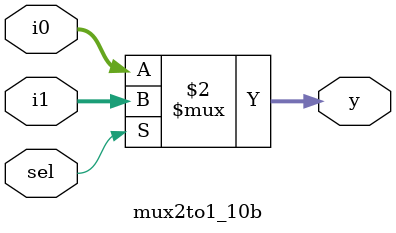
<source format=v>
module mux2to1_10b (i0, i1, sel, y);
  input [9:0] i0, i1;
  input sel;
  output [9:0] y;
  
  assign y = (sel==1'b1) ? i1 : i0;
  
endmodule






</source>
